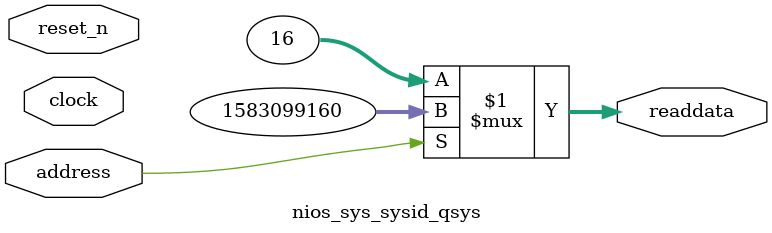
<source format=v>



// synthesis translate_off
`timescale 1ns / 1ps
// synthesis translate_on

// turn off superfluous verilog processor warnings 
// altera message_level Level1 
// altera message_off 10034 10035 10036 10037 10230 10240 10030 

module nios_sys_sysid_qsys (
               // inputs:
                address,
                clock,
                reset_n,

               // outputs:
                readdata
             )
;

  output  [ 31: 0] readdata;
  input            address;
  input            clock;
  input            reset_n;

  wire    [ 31: 0] readdata;
  //control_slave, which is an e_avalon_slave
  assign readdata = address ? 1583099160 : 16;

endmodule



</source>
